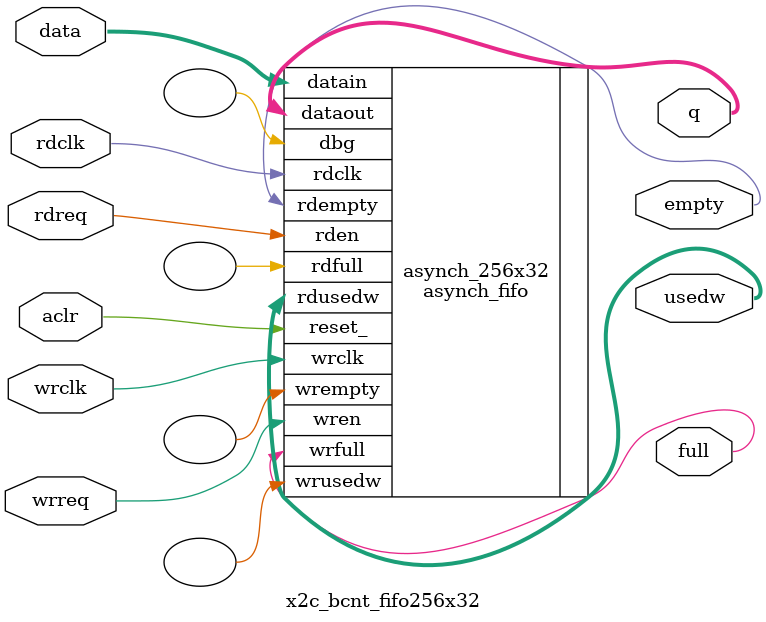
<source format=v>

`timescale 1ns/1ps
// synopsys translate_on

module x2c_bcnt_fifo256x32

(
			aclr,
			 
			//=== Signals for WRITE
			wrclk,      // Clk for writing data                              
			wrreq,      // request to write 
			data,     	// Data coming in                                                                    
			full,       // indicates fifo is full or not (To avoid overiding)
		                                                                                                        
			//=== Signals for READ
			rdclk,		//rd clock
			rdreq,      // Request to read from FIFO                           
			q, 	    	// Data coming out                                     
			empty,  	// indicates fifo is empty or not (to avoid underflow)  
			usedw       // number of slots currently in use for reading

);
	parameter WIDTH = 32,
			  DEPTH = 256,
			  PTR	= 8;
			  
			  
			input  wire 				aclr;
			
			
			//=== Signals for WRITE
			input  wire 				wrclk;      // Clk for writing data                              
			input  wire 				wrreq;      // request to write 
			input  wire [WIDTH-1 : 0]	data;     	// Data coming in                                                                    
			output wire					full;       // indicates fifo is full or not (To avoid overiding)

					    
			//=== Signals for READ
			input  wire 				rdclk;   	// Clk for read data                              
			input  wire 				rdreq;      // Request to read from FIFO                           
			output wire [WIDTH-1 : 0]	q; 	    	// Data coming out                                     
			output wire 				empty;  	// indicates fifo is empty or not (to avoid underflow)  
			output wire [PTR  : 0] 		usedw;  	// number of slots currently in use for reading


asynch_fifo	#(.WIDTH (WIDTH),				// Making 256x32 fifo
					  	  .DEPTH (DEPTH),
					 	  .PTR	 (PTR) )	// 2**8 = 256 (DEPTH)
 											
	asynch_256x32		  (
			.reset_	(aclr),
			
			//=== Signals for WRITE
			.wrclk		(wrclk),			// Clk to write data
			.wren		(wrreq),	   		// write enable
			.datain		(data),				// write data
			.wrfull		(full),				// indicates fifo is full or not (To avoid overiding)
			.wrempty	(),					// indicates fifo is empty or not (to avoid underflow)
			.wrusedw	(),					// wrusedw -number of locations filled in fifo

			//=== Signals for READ
			.rdclk		(rdclk),			// i-1, Clk to read data
			.rden		(rdreq),			// i-1, read enable of data FIFO
			.dataout	(q),				// Dataout of data FIFO
			.rdfull		(),					// indicates fifo is full or not (To avoid overiding) (Not used)
			.rdempty	(empty),			// indicates fifo is empty or not (to avoid underflow)
			.rdusedw	(usedw),			// rdusedw -number of locations filled in fifo (not used )

			//=== Signals for TEST
			.dbg		()

		 );
endmodule
</source>
